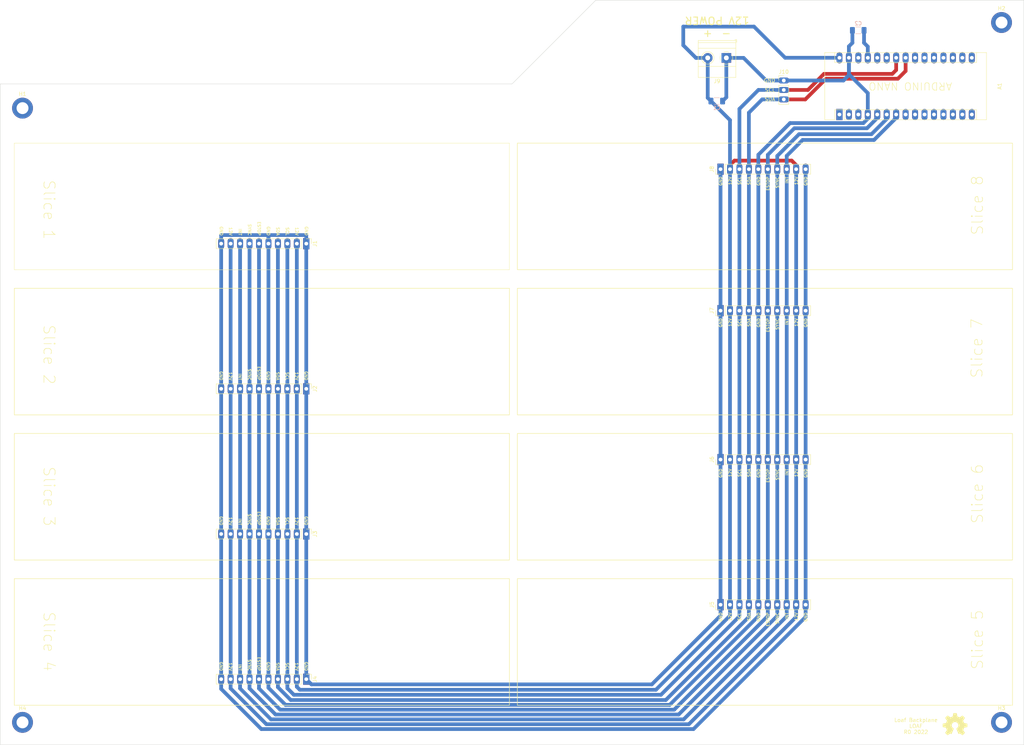
<source format=kicad_pcb>
(kicad_pcb (version 20211014) (generator pcbnew)
  (layers (0 "F.Cu" signal) (31 "B.Cu" signal) (34 "B.Paste" user) (35 "F.Paste" user) (36 "B.SilkS" user "B.Silkscreen") (37 "F.SilkS" user "F.Silkscreen") (38 "B.Mask" user) (39 "F.Mask" user) (44 "Edge.Cuts" user))
  (net 0 "")
  (net 4 "GND")
  (net 5 "/E_STOP")
  (net 6 "/INT")
  (net 7 "/SYNC")
  (net 12 "/3V3")
  (net 18 "/I2C_DAT")
  (net 19 "/I2C_CLK")
  (net 22 "+5V")
  (net 24 "+12V")
  (footprint "MountingHole:MountingHole_3.2mm_M3_DIN965_Pad" (layer "F.Cu") (at 319 244)
    (fp_text reference "H3" (at 0 -3.8) (layer "F.SilkS"))
    (fp_text value "MountingHole")
    (pad "1" thru_hole circle (at 0 0) (size 5.6 5.6) (drill 3.2) (layers *.Cu *.Mask))
  )
  (footprint "Connector_PinHeader_2.54mm:PinHeader_1x10_P2.54mm_Vertical" (layer "F.Cu") (at 132.225 232.4 -90)
    (fp_text reference "J4" (at 0 -2.33 90) (layer "F.SilkS"))
    (fp_text value "Conn_01x10_Male")
    (pad "1" thru_hole rect (at 0 0) (size 1.7 3) (drill 1) (layers *.Cu *.Mask) (net 4 "GND"))
    (pad "2" thru_hole oval (at 0 2.54) (size 1.6 3) (drill 1) (layers *.Cu *.Mask) (net 24 "+12V"))
    (pad "3" thru_hole oval (at 0 5.08) (size 1.6 3) (drill 1) (layers *.Cu *.Mask) (net 19 "/I2C_CLK"))
    (pad "4" thru_hole oval (at 0 7.62) (size 1.6 3) (drill 1) (layers *.Cu *.Mask) (net 18 "/I2C_DAT"))
    (pad "5" thru_hole oval (at 0 10.16) (size 1.6 3) (drill 1) (layers *.Cu *.Mask) (net 4 "GND"))
    (pad "6" thru_hole oval (at 0 12.7) (size 1.6 3) (drill 1) (layers *.Cu *.Mask) (net 5 "/E_STOP"))
    (pad "7" thru_hole oval (at 0 15.24) (size 1.6 3) (drill 1) (layers *.Cu *.Mask) (net 6 "/INT"))
    (pad "8" thru_hole oval (at 0 17.78) (size 1.6 3) (drill 1) (layers *.Cu *.Mask) (net 7 "/SYNC"))
    (pad "9" thru_hole oval (at 0 20.32) (size 1.6 3) (drill 1) (layers *.Cu *.Mask) (net 24 "+12V"))
    (pad "10" thru_hole oval (at 0 22.86) (size 1.6 3) (drill 1) (layers *.Cu *.Mask) (net 4 "GND"))
  )
  (footprint "Connector_PinHeader_2.54mm:PinHeader_1x10_P2.54mm_Vertical" (layer "F.Cu") (at 132.225 154.4 -90)
    (fp_text reference "J2" (at 0 -2.33 90) (layer "F.SilkS"))
    (fp_text value "Conn_01x10_Male")
    (pad "1" thru_hole rect (at 0 0) (size 1.7 3) (drill 1) (layers *.Cu *.Mask) (net 4 "GND"))
    (pad "2" thru_hole oval (at 0 2.54) (size 1.6 3) (drill 1) (layers *.Cu *.Mask) (net 24 "+12V"))
    (pad "3" thru_hole oval (at 0 5.08) (size 1.6 3) (drill 1) (layers *.Cu *.Mask) (net 19 "/I2C_CLK"))
    (pad "4" thru_hole oval (at 0 7.62) (size 1.6 3) (drill 1) (layers *.Cu *.Mask) (net 18 "/I2C_DAT"))
    (pad "5" thru_hole oval (at 0 10.16) (size 1.6 3) (drill 1) (layers *.Cu *.Mask) (net 4 "GND"))
    (pad "6" thru_hole oval (at 0 12.7) (size 1.6 3) (drill 1) (layers *.Cu *.Mask) (net 5 "/E_STOP"))
    (pad "7" thru_hole oval (at 0 15.24) (size 1.6 3) (drill 1) (layers *.Cu *.Mask) (net 6 "/INT"))
    (pad "8" thru_hole oval (at 0 17.78) (size 1.6 3) (drill 1) (layers *.Cu *.Mask) (net 7 "/SYNC"))
    (pad "9" thru_hole oval (at 0 20.32) (size 1.6 3) (drill 1) (layers *.Cu *.Mask) (net 24 "+12V"))
    (pad "10" thru_hole oval (at 0 22.86) (size 1.6 3) (drill 1) (layers *.Cu *.Mask) (net 4 "GND"))
  )
  (footprint "Module:Arduino_Nano" (layer "F.Cu") (at 275.45 80.71 90)
    (fp_text reference "A1" (at 7.61 43.05 90) (layer "F.SilkS"))
    (fp_text value "Arduino_Nano_v3.x")
    (pad "1" thru_hole rect (at 0 0 180) (size 1.7 3) (drill 1) (layers *.Cu *.Mask))
    (pad "2" thru_hole oval (at 0 2.54 180) (size 1.6 3) (drill 1) (layers *.Cu *.Mask))
    (pad "3" thru_hole oval (at 0 5.08 180) (size 1.6 3) (drill 1) (layers *.Cu *.Mask))
    (pad "4" thru_hole oval (at 0 7.62 180) (size 1.6 3) (drill 1) (layers *.Cu *.Mask) (net 4 "GND"))
    (pad "5" thru_hole oval (at 0 10.16 180) (size 1.6 3) (drill 1) (layers *.Cu *.Mask) (net 5 "/E_STOP"))
    (pad "6" thru_hole oval (at 0 12.7 180) (size 1.6 3) (drill 1) (layers *.Cu *.Mask) (net 6 "/INT"))
    (pad "7" thru_hole oval (at 0 15.24 180) (size 1.6 3) (drill 1) (layers *.Cu *.Mask) (net 7 "/SYNC"))
    (pad "8" thru_hole oval (at 0 17.78 180) (size 1.6 3) (drill 1) (layers *.Cu *.Mask))
    (pad "9" thru_hole oval (at 0 20.32 180) (size 1.6 3) (drill 1) (layers *.Cu *.Mask))
    (pad "10" thru_hole oval (at 0 22.86 180) (size 1.6 3) (drill 1) (layers *.Cu *.Mask))
    (pad "11" thru_hole oval (at 0 25.4 180) (size 1.6 3) (drill 1) (layers *.Cu *.Mask))
    (pad "12" thru_hole oval (at 0 27.94 180) (size 1.6 3) (drill 1) (layers *.Cu *.Mask))
    (pad "13" thru_hole oval (at 0 30.48 180) (size 1.6 3) (drill 1) (layers *.Cu *.Mask))
    (pad "14" thru_hole oval (at 0 33.02 180) (size 1.6 3) (drill 1) (layers *.Cu *.Mask))
    (pad "15" thru_hole oval (at 0 35.56 180) (size 1.6 3) (drill 1) (layers *.Cu *.Mask))
    (pad "16" thru_hole oval (at 15.24 35.56 180) (size 1.6 3) (drill 1) (layers *.Cu *.Mask))
    (pad "17" thru_hole oval (at 15.24 33.02 180) (size 1.6 3) (drill 1) (layers *.Cu *.Mask) (net 12 "/3V3"))
    (pad "18" thru_hole oval (at 15.24 30.48 180) (size 1.6 3) (drill 1) (layers *.Cu *.Mask))
    (pad "19" thru_hole oval (at 15.24 27.94 180) (size 1.6 3) (drill 1) (layers *.Cu *.Mask))
    (pad "20" thru_hole oval (at 15.24 25.4 180) (size 1.6 3) (drill 1) (layers *.Cu *.Mask))
    (pad "21" thru_hole oval (at 15.24 22.86 180) (size 1.6 3) (drill 1) (layers *.Cu *.Mask))
    (pad "22" thru_hole oval (at 15.24 20.32 180) (size 1.6 3) (drill 1) (layers *.Cu *.Mask))
    (pad "23" thru_hole oval (at 15.24 17.78 180) (size 1.6 3) (drill 1) (layers *.Cu *.Mask) (net 18 "/I2C_DAT"))
    (pad "24" thru_hole oval (at 15.24 15.24 180) (size 1.6 3) (drill 1) (layers *.Cu *.Mask) (net 19 "/I2C_CLK"))
    (pad "25" thru_hole oval (at 15.24 12.7 180) (size 1.6 3) (drill 1) (layers *.Cu *.Mask))
    (pad "26" thru_hole oval (at 15.24 10.16 180) (size 1.6 3) (drill 1) (layers *.Cu *.Mask))
    (pad "27" thru_hole oval (at 15.24 7.62 180) (size 1.6 3) (drill 1) (layers *.Cu *.Mask) (net 22 "+5V"))
    (pad "28" thru_hole oval (at 15.24 5.08 180) (size 1.6 3) (drill 1) (layers *.Cu *.Mask))
    (pad "29" thru_hole oval (at 15.24 2.54 180) (size 1.6 3) (drill 1) (layers *.Cu *.Mask) (net 4 "GND"))
    (pad "30" thru_hole oval (at 15.24 0 180) (size 1.6 3) (drill 1) (layers *.Cu *.Mask) (net 24 "+12V"))
  )
  (footprint "MountingHole:MountingHole_3.2mm_M3_DIN965_Pad" (layer "F.Cu") (at 56 79)
    (fp_text reference "H1" (at 0 -3.8) (layer "F.SilkS"))
    (fp_text value "MountingHole")
    (pad "1" thru_hole circle (at 0 0) (size 5.6 5.6) (drill 3.2) (layers *.Cu *.Mask))
  )
  (footprint "MountingHole:MountingHole_3.2mm_M3_DIN965_Pad" (layer "F.Cu") (at 56 244)
    (fp_text reference "H4" (at 0 -3.8) (layer "F.SilkS"))
    (fp_text value "MountingHole")
    (pad "1" thru_hole circle (at 0 0) (size 5.6 5.6) (drill 3.2) (layers *.Cu *.Mask))
  )
  (footprint "Connector_PinHeader_2.54mm:PinHeader_1x10_P2.54mm_Vertical" (layer "F.Cu") (at 243.509843 212.4 90)
    (fp_text reference "J5" (at 0 -2.33 90) (layer "F.SilkS"))
    (fp_text value "Conn_01x10_Male")
    (pad "1" thru_hole rect (at 0 0 180) (size 1.7 3) (drill 1) (layers *.Cu *.Mask) (net 4 "GND"))
    (pad "2" thru_hole oval (at 0 2.54 180) (size 1.6 3) (drill 1) (layers *.Cu *.Mask) (net 24 "+12V"))
    (pad "3" thru_hole oval (at 0 5.08 180) (size 1.6 3) (drill 1) (layers *.Cu *.Mask) (net 19 "/I2C_CLK"))
    (pad "4" thru_hole oval (at 0 7.62 180) (size 1.6 3) (drill 1) (layers *.Cu *.Mask) (net 18 "/I2C_DAT"))
    (pad "5" thru_hole oval (at 0 10.16 180) (size 1.6 3) (drill 1) (layers *.Cu *.Mask) (net 4 "GND"))
    (pad "6" thru_hole oval (at 0 12.7 180) (size 1.6 3) (drill 1) (layers *.Cu *.Mask) (net 5 "/E_STOP"))
    (pad "7" thru_hole oval (at 0 15.24 180) (size 1.6 3) (drill 1) (layers *.Cu *.Mask) (net 6 "/INT"))
    (pad "8" thru_hole oval (at 0 17.78 180) (size 1.6 3) (drill 1) (layers *.Cu *.Mask) (net 7 "/SYNC"))
    (pad "9" thru_hole oval (at 0 20.32 180) (size 1.6 3) (drill 1) (layers *.Cu *.Mask) (net 24 "+12V"))
    (pad "10" thru_hole oval (at 0 22.86 180) (size 1.6 3) (drill 1) (layers *.Cu *.Mask) (net 4 "GND"))
  )
  (footprint "Connector_PinHeader_2.54mm:PinHeader_1x10_P2.54mm_Vertical" (layer "F.Cu") (at 243.509843 95.4 90)
    (fp_text reference "J8" (at 0 -2.33 90) (layer "F.SilkS"))
    (fp_text value "Conn_01x10_Male")
    (pad "1" thru_hole rect (at 0 0 180) (size 1.7 3) (drill 1) (layers *.Cu *.Mask) (net 4 "GND"))
    (pad "2" thru_hole oval (at 0 2.54 180) (size 1.6 3) (drill 1) (layers *.Cu *.Mask) (net 24 "+12V"))
    (pad "3" thru_hole oval (at 0 5.08 180) (size 1.6 3) (drill 1) (layers *.Cu *.Mask) (net 19 "/I2C_CLK"))
    (pad "4" thru_hole oval (at 0 7.62 180) (size 1.6 3) (drill 1) (layers *.Cu *.Mask) (net 18 "/I2C_DAT"))
    (pad "5" thru_hole oval (at 0 10.16 180) (size 1.6 3) (drill 1) (layers *.Cu *.Mask) (net 4 "GND"))
    (pad "6" thru_hole oval (at 0 12.7 180) (size 1.6 3) (drill 1) (layers *.Cu *.Mask) (net 5 "/E_STOP"))
    (pad "7" thru_hole oval (at 0 15.24 180) (size 1.6 3) (drill 1) (layers *.Cu *.Mask) (net 6 "/INT"))
    (pad "8" thru_hole oval (at 0 17.78 180) (size 1.6 3) (drill 1) (layers *.Cu *.Mask) (net 7 "/SYNC"))
    (pad "9" thru_hole oval (at 0 20.32 180) (size 1.6 3) (drill 1) (layers *.Cu *.Mask) (net 24 "+12V"))
    (pad "10" thru_hole oval (at 0 22.86 180) (size 1.6 3) (drill 1) (layers *.Cu *.Mask) (net 4 "GND"))
  )
  (footprint "TerminalBlock_Phoenix:TerminalBlock_Phoenix_MKDS-1,5-2_1x02_P5.00mm_Horizontal" (layer "F.Cu") (at 245.067657 65.5 180)
    (fp_text reference "J9" (at 2.5 -6.26) (layer "F.SilkS"))
    (fp_text value "Screw_Terminal_01x02")
    (pad "1" thru_hole rect (at 0 0 180) (size 2.6 2.6) (drill 1.3) (layers *.Cu *.Mask) (net 4 "GND"))
    (pad "2" thru_hole circle (at 5 0 180) (size 2.6 2.6) (drill 1.3) (layers *.Cu *.Mask) (net 24 "+12V"))
  )
  (footprint "MountingHole:MountingHole_3.2mm_M3_DIN965_Pad" (layer "F.Cu") (at 319 56)
    (fp_text reference "H2" (at 0 -3.8) (layer "F.SilkS"))
    (fp_text value "MountingHole")
    (pad "1" thru_hole circle (at 0 0) (size 5.6 5.6) (drill 3.2) (layers *.Cu *.Mask))
  )
  (footprint "Connector_PinHeader_2.54mm:PinHeader_1x10_P2.54mm_Vertical" (layer "F.Cu") (at 243.509843 173.4 90)
    (fp_text reference "J6" (at 0 -2.33 90) (layer "F.SilkS"))
    (fp_text value "Conn_01x10_Male")
    (pad "1" thru_hole rect (at 0 0 180) (size 1.7 3) (drill 1) (layers *.Cu *.Mask) (net 4 "GND"))
    (pad "2" thru_hole oval (at 0 2.54 180) (size 1.6 3) (drill 1) (layers *.Cu *.Mask) (net 24 "+12V"))
    (pad "3" thru_hole oval (at 0 5.08 180) (size 1.6 3) (drill 1) (layers *.Cu *.Mask) (net 19 "/I2C_CLK"))
    (pad "4" thru_hole oval (at 0 7.62 180) (size 1.6 3) (drill 1) (layers *.Cu *.Mask) (net 18 "/I2C_DAT"))
    (pad "5" thru_hole oval (at 0 10.16 180) (size 1.6 3) (drill 1) (layers *.Cu *.Mask) (net 4 "GND"))
    (pad "6" thru_hole oval (at 0 12.7 180) (size 1.6 3) (drill 1) (layers *.Cu *.Mask) (net 5 "/E_STOP"))
    (pad "7" thru_hole oval (at 0 15.24 180) (size 1.6 3) (drill 1) (layers *.Cu *.Mask) (net 6 "/INT"))
    (pad "8" thru_hole oval (at 0 17.78 180) (size 1.6 3) (drill 1) (layers *.Cu *.Mask) (net 7 "/SYNC"))
    (pad "9" thru_hole oval (at 0 20.32 180) (size 1.6 3) (drill 1) (layers *.Cu *.Mask) (net 24 "+12V"))
    (pad "10" thru_hole oval (at 0 22.86 180) (size 1.6 3) (drill 1) (layers *.Cu *.Mask) (net 4 "GND"))
  )
  (footprint "Connector_PinHeader_2.54mm:PinHeader_1x10_P2.54mm_Vertical" (layer "F.Cu") (at 243.509843 133.4 90)
    (fp_text reference "J7" (at 0 -2.33 90) (layer "F.SilkS"))
    (fp_text value "Conn_01x10_Male")
    (pad "1" thru_hole rect (at 0 0 180) (size 1.7 3) (drill 1) (layers *.Cu *.Mask) (net 4 "GND"))
    (pad "2" thru_hole oval (at 0 2.54 180) (size 1.6 3) (drill 1) (layers *.Cu *.Mask) (net 24 "+12V"))
    (pad "3" thru_hole oval (at 0 5.08 180) (size 1.6 3) (drill 1) (layers *.Cu *.Mask) (net 19 "/I2C_CLK"))
    (pad "4" thru_hole oval (at 0 7.62 180) (size 1.6 3) (drill 1) (layers *.Cu *.Mask) (net 18 "/I2C_DAT"))
    (pad "5" thru_hole oval (at 0 10.16 180) (size 1.6 3) (drill 1) (layers *.Cu *.Mask) (net 4 "GND"))
    (pad "6" thru_hole oval (at 0 12.7 180) (size 1.6 3) (drill 1) (layers *.Cu *.Mask) (net 5 "/E_STOP"))
    (pad "7" thru_hole oval (at 0 15.24 180) (size 1.6 3) (drill 1) (layers *.Cu *.Mask) (net 6 "/INT"))
    (pad "8" thru_hole oval (at 0 17.78 180) (size 1.6 3) (drill 1) (layers *.Cu *.Mask) (net 7 "/SYNC"))
    (pad "9" thru_hole oval (at 0 20.32 180) (size 1.6 3) (drill 1) (layers *.Cu *.Mask) (net 24 "+12V"))
    (pad "10" thru_hole oval (at 0 22.86 180) (size 1.6 3) (drill 1) (layers *.Cu *.Mask) (net 4 "GND"))
  )
  (footprint "Symbol:OSHW-Symbol_6.7x6mm_SilkScreen" (layer "F.Cu") (at 306.5 244.5)
    (fp_text reference "Logo1" hide)
    (fp_text value "Logo_Open_Hardware_Small" hide)
  )
  (footprint "Connector_PinHeader_2.54mm:PinHeader_1x10_P2.54mm_Vertical" (layer "F.Cu") (at 132.225 193.4 -90)
    (fp_text reference "J3" (at 0 -2.33 90) (layer "F.SilkS"))
    (fp_text value "Conn_01x10_Male")
    (pad "1" thru_hole rect (at 0 0) (size 1.7 3) (drill 1) (layers *.Cu *.Mask) (net 4 "GND"))
    (pad "2" thru_hole oval (at 0 2.54) (size 1.6 3) (drill 1) (layers *.Cu *.Mask) (net 24 "+12V"))
    (pad "3" thru_hole oval (at 0 5.08) (size 1.6 3) (drill 1) (layers *.Cu *.Mask) (net 19 "/I2C_CLK"))
    (pad "4" thru_hole oval (at 0 7.62) (size 1.6 3) (drill 1) (layers *.Cu *.Mask) (net 18 "/I2C_DAT"))
    (pad "5" thru_hole oval (at 0 10.16) (size 1.6 3) (drill 1) (layers *.Cu *.Mask) (net 4 "GND"))
    (pad "6" thru_hole oval (at 0 12.7) (size 1.6 3) (drill 1) (layers *.Cu *.Mask) (net 5 "/E_STOP"))
    (pad "7" thru_hole oval (at 0 15.24) (size 1.6 3) (drill 1) (layers *.Cu *.Mask) (net 6 "/INT"))
    (pad "8" thru_hole oval (at 0 17.78) (size 1.6 3) (drill 1) (layers *.Cu *.Mask) (net 7 "/SYNC"))
    (pad "9" thru_hole oval (at 0 20.32) (size 1.6 3) (drill 1) (layers *.Cu *.Mask) (net 24 "+12V"))
    (pad "10" thru_hole oval (at 0 22.86) (size 1.6 3) (drill 1) (layers *.Cu *.Mask) (net 4 "GND"))
  )
  (footprint "Connector_PinHeader_2.54mm:PinHeader_1x10_P2.54mm_Vertical" (layer "F.Cu") (at 132.225 115.4 -90)
    (fp_text reference "J1" (at 0 -2.33 90) (layer "F.SilkS"))
    (fp_text value "Conn_01x10_Male")
    (pad "1" thru_hole rect (at 0 0) (size 1.7 3) (drill 1) (layers *.Cu *.Mask) (net 4 "GND"))
    (pad "2" thru_hole oval (at 0 2.54) (size 1.6 3) (drill 1) (layers *.Cu *.Mask) (net 24 "+12V"))
    (pad "3" thru_hole oval (at 0 5.08) (size 1.6 3) (drill 1) (layers *.Cu *.Mask) (net 19 "/I2C_CLK"))
    (pad "4" thru_hole oval (at 0 7.62) (size 1.6 3) (drill 1) (layers *.Cu *.Mask) (net 18 "/I2C_DAT"))
    (pad "5" thru_hole oval (at 0 10.16) (size 1.6 3) (drill 1) (layers *.Cu *.Mask) (net 4 "GND"))
    (pad "6" thru_hole oval (at 0 12.7) (size 1.6 3) (drill 1) (layers *.Cu *.Mask) (net 5 "/E_STOP"))
    (pad "7" thru_hole oval (at 0 15.24) (size 1.6 3) (drill 1) (layers *.Cu *.Mask) (net 6 "/INT"))
    (pad "8" thru_hole oval (at 0 17.78) (size 1.6 3) (drill 1) (layers *.Cu *.Mask) (net 7 "/SYNC"))
    (pad "9" thru_hole oval (at 0 20.32) (size 1.6 3) (drill 1) (layers *.Cu *.Mask) (net 24 "+12V"))
    (pad "10" thru_hole oval (at 0 22.86) (size 1.6 3) (drill 1) (layers *.Cu *.Mask) (net 4 "GND"))
  )
  (footprint "Connector_PinHeader_2.54mm:PinHeader_1x03_P2.54mm_Vertical" (layer "F.Cu") (at 260.5 71.575)
    (fp_text reference "J10" (at 0 -2.33) (layer "F.SilkS"))
    (fp_text value "Conn_01x03_Male")
    (pad "1" thru_hole oval (at 0 0 90) (size 1.6 3) (drill 1) (layers *.Cu *.Mask) (net 4 "GND"))
    (pad "2" thru_hole oval (at 0 2.54 90) (size 1.6 3) (drill 1) (layers *.Cu *.Mask) (net 19 "/I2C_CLK"))
    (pad "3" thru_hole oval (at 0 5.08 90) (size 1.6 3) (drill 1) (layers *.Cu *.Mask) (net 18 "/I2C_DAT"))
  )
  (footprint "Extras:C_1206_3216Metric_Pad1.33x1.80mm_HandSolder" (layer "B.Cu") (at 242.5 77.1)
    (fp_text reference "C1" (at 0 1.85) (layer "B.SilkS") (effects (justify mirror)))
    (fp_text value "10uF_t")
    (pad "1" smd roundrect (at -1.5625 0) (size 1.325 1.8) (layers "B.Cu" "B.Paste" "B.Mask") (roundrect_rratio 0.1886792453) (net 24 "+12V"))
    (pad "2" smd roundrect (at 1.5625 0) (size 1.325 1.8) (layers "B.Cu" "B.Paste" "B.Mask") (roundrect_rratio 0.1886792453) (net 4 "GND"))
  )
  (footprint "Extras:C_1206_3216Metric_Pad1.33x1.80mm_HandSolder" (layer "B.Cu") (at 280.5 58.1 180)
    (fp_text reference "C2" (at 0 1.85) (layer "B.SilkS") (effects (justify mirror)))
    (fp_text value "10uF_t")
    (pad "1" smd roundrect (at -1.5625 0 180) (size 1.325 1.8) (layers "B.Cu" "B.Paste" "B.Mask") (roundrect_rratio 0.1886792453) (net 22 "+5V"))
    (pad "2" smd roundrect (at 1.5625 0 180) (size 1.325 1.8) (layers "B.Cu" "B.Paste" "B.Mask") (roundrect_rratio 0.1886792453) (net 4 "GND"))
  )
  (gr_rect (start 188.934843 200.4) (end 321.934843 166.4) (layer "F.SilkS") (width 0.15) (fill none))
  (gr_rect (start 188.934843 161.4) (end 321.934843 127.4) (layer "F.SilkS") (width 0.15) (fill none))
  (gr_rect (start 186.8 127.4) (end 53.8 161.4) (layer "F.SilkS") (width 0.15) (fill none))
  (gr_line (start 53.8 88.4) (end 186.8 88.4) (layer "F.SilkS") (width 0.1))
  (gr_rect (start 186.8 205.4) (end 53.8 239.4) (layer "F.SilkS") (width 0.15) (fill none))
  (gr_line (start 186.8 122.4) (end 186.8 88.4) (layer "F.SilkS") (width 0.1))
  (gr_rect (start 188.934843 239.4) (end 321.934843 205.4) (layer "F.SilkS") (width 0.15) (fill none))
  (gr_rect (start 188.934843 122.4) (end 321.934843 88.4) (layer "F.SilkS") (width 0.15) (fill none))
  (gr_line (start 53.8 122.4) (end 186.8 122.4) (layer "F.SilkS") (width 0.1))
  (gr_rect (start 186.8 166.4) (end 53.8 200.4) (layer "F.SilkS") (width 0.15) (fill none))
  (gr_line (start 53.8 88.4) (end 53.8 122.4) (layer "F.SilkS") (width 0.1))
  (gr_poly (pts (xy 325 250) (xy 50 250) (xy 50 72.5) (xy 187.5 72.5) (xy 210 50) (xy 325 50)) (layer "Edge.Cuts") (width 0.1) (fill none))
  (gr_text "GND" (at 266.394843 136.67 90) (layer "F.SilkS") (effects (font (size 0.8 0.8))))
  (gr_text "Slice 2\n" (at 63.134843 145.2 270) (layer "F.SilkS") (effects (font (size 3 3))))
  (gr_text "12V" (at 263.894843 176.955714 90) (layer "F.SilkS") (effects (font (size 0.8 0.8))))
  (gr_text "INT" (at 114.384843 151.204762 270) (layer "F.SilkS") (effects (font (size 0.8 0.8))))
  (gr_text "12V" (at 111.834843 229.064286 270) (layer "F.SilkS") (effects (font (size 0.8 0.8))))
  (gr_text "12V" (at 129.634843 229.064286 270) (layer "F.SilkS") (effects (font (size 0.8 0.8))))
  (gr_text "INT" (at 261.344843 215.415238 90) (layer "F.SilkS") (effects (font (size 0.8 0.8))))
  (gr_text "GND" (at 122.034843 112 270) (layer "F.SilkS") (effects (font (size 0.8 0.8))))
  (gr_text "12V" (at 263.894843 98.505714 90) (layer "F.SilkS") (effects (font (size 0.8 0.8))))
  (gr_text "12V" (at 246.094843 136.555714 90) (layer "F.SilkS") (effects (font (size 0.8 0.8))))
  (gr_text "SYNC" (at 116.934843 150.576191 270) (layer "F.SilkS") (effects (font (size 0.8 0.8))))
  (gr_text "SDA" (at 251.194843 215.624762 90) (layer "F.SilkS") (effects (font (size 0.8 0.8))))
  (gr_text "INT" (at 261.344843 136.365238 90) (layer "F.SilkS") (effects (font (size 0.8 0.8))))
  (gr_text "Slice 6" (at 312.5 182.6 90) (layer "F.SilkS") (effects (font (size 3 3))))
  (gr_text "INT" (at 114.384843 229.254762 270) (layer "F.SilkS") (effects (font (size 0.8 0.8))))
  (gr_text "SCL" (at 248.644843 136.555714 90) (layer "F.SilkS") (effects (font (size 0.8 0.8))))
  (gr_text "GND" (at 109.334843 150.9 270) (layer "F.SilkS") (effects (font (size 0.8 0.8))))
  (gr_text "GND" (at 132.184843 228.95 270) (layer "F.SilkS") (effects (font (size 0.8 0.8))))
  (gr_text "GND" (at 109.334843 189.85 270) (layer "F.SilkS") (effects (font (size 0.8 0.8))))
  (gr_text "GND" (at 132.184843 189.85 270) (layer "F.SilkS") (effects (font (size 0.8 0.8))))
  (gr_text "12V" (at 129.634843 151.014286 270) (layer "F.SilkS") (effects (font (size 0.8 0.8))))
  (gr_text "-" (at 245.05 58.85) (layer "F.SilkS") (effects (font (size 2 2) (thickness 0.3))))
  (gr_text "GND" (at 266.394843 177.07 90) (layer "F.SilkS") (effects (font (size 0.8 0.8))))
  (gr_text "SDA" (at 251.194843 176.974762 90) (layer "F.SilkS") (effects (font (size 0.8 0.8))))
  (gr_text "12V" (at 246.094843 98.505714 90) (layer "F.SilkS") (effects (font (size 0.8 0.8))))
  (gr_text "ESTOP" (at 119.484843 228.302381 270) (layer "F.SilkS") (effects (font (size 0.8 0.8))))
  (gr_text "INT" (at 114.434843 112.304762 270) (layer "F.SilkS") (effects (font (size 0.8 0.8))))
  (gr_text "SDA" (at 124.534843 150.995238 270) (layer "F.SilkS") (effects (font (size 0.8 0.8))))
  (gr_text "INT" (at 261.344843 176.765238 90) (layer "F.SilkS") (effects (font (size 0.8 0.8))))
  (gr_text "Slice 3" (at 63.134843 183.3 270) (layer "F.SilkS") (effects (font (size 3 3))))
  (gr_text "+" (at 240.05 58.85) (layer "F.SilkS") (effects (font (size 2 2) (thickness 0.3))))
  (gr_text "SCL" (at 248.644843 98.505714 90) (layer "F.SilkS") (effects (font (size 0.8 0.8))))
  (gr_text "SCL" (at 127.084843 151.014286 270) (layer "F.SilkS") (effects (font (size 0.8 0.8))))
  (gr_text "ESTOP" (at 256.244843 137.317619 90) (layer "F.SilkS") (effects (font (size 0.8 0.8))))
  (gr_text "ESTOP" (at 256.244843 99.267619 90) (layer "F.SilkS") (effects (font (size 0.8 0.8))))
  (gr_text "GND" (at 253.744843 98.62 90) (layer "F.SilkS") (effects (font (size 0.8 0.8))))
  (gr_text "SCL" (at 256.812857 74.14) (layer "F.SilkS") (effects (font (size 1 1))))
  (gr_text "SYNC" (at 258.794843 136.993809 90) (layer "F.SilkS") (effects (font (size 0.8 0.8))))
  (gr_text "SDA" (at 256.789048 76.63) (layer "F.SilkS") (effects (font (size 1 1))))
  (gr_text "SYNC" (at 116.984843 111.676191 270) (layer "F.SilkS") (effects (font (size 0.8 0.8))))
  (gr_text "12V POWER" (at 242.567658 55.45 180) (layer "F.SilkS") (effects (font (size 2 2) (thickness 0.3))))
  (gr_text "12V" (at 246.094843 176.955714 90) (layer "F.SilkS") (effects (font (size 0.8 0.8))))
  (gr_text "12V" (at 111.884843 112.114286 270) (layer "F.SilkS") (effects (font (size 0.8 0.8))))
  (gr_text "INT" (at 114.384843 190.154762 270) (layer "F.SilkS") (effects (font (size 0.8 0.8))))
  (gr_text "SYNC" (at 116.934843 189.526191 270) (layer "F.SilkS") (effects (font (size 0.8 0.8))))
  (gr_text "SDA" (at 124.534843 189.945238 270) (layer "F.SilkS") (effects (font (size 0.8 0.8))))
  (gr_text "Slice 1" (at 63.134843 106.3 270) (layer "F.SilkS") (effects (font (size 3 3))))
  (gr_text "GND" (at 121.984843 150.9 270) (layer "F.SilkS") (effects (font (size 0.8 0.8))))
  (gr_text "ESTOP" (at 119.484843 150.252381 270) (layer "F.SilkS") (effects (font (size 0.8 0.8))))
  (gr_text "12V" (at 263.894843 215.605714 90) (layer "F.SilkS") (effects (font (size 0.8 0.8))))
  (gr_text "SDA" (at 124.534843 229.045238 270) (layer "F.SilkS") (effects (font (size 0.8 0.8))))
  (gr_text "SYNC" (at 258.794843 98.943809 90) (layer "F.SilkS") (effects (font (size 0.8 0.8))))
  (gr_text "Slice 5" (at 312.5 221.8 90) (layer "F.SilkS") (effects (font (size 3 3))))
  (gr_text "SCL" (at 248.644843 215.605714 90) (layer "F.SilkS") (effects (font (size 0.8 0.8))))
  (gr_text "SYNC" (at 258.794843 216.043809 90) (layer "F.SilkS") (effects (font (size 0.8 0.8))))
  (gr_text "12V" (at 246.094843 215.605714 90) (layer "F.SilkS") (effects (font (size 0.8 0.8))))
  (gr_text "GND" (at 132.184843 150.9 270) (layer "F.SilkS") (effects (font (size 0.8 0.8))))
  (gr_text "12V" (at 111.834843 189.964286 270) (layer "F.SilkS") (effects (font (size 0.8 0.8))))
  (gr_text "GND" (at 253.744843 215.72 90) (layer "F.SilkS") (effects (font (size 0.8 0.8))))
  (gr_text "GND" (at 253.744843 136.67 90) (layer "F.SilkS") (effects (font (size 0.8 0.8))))
  (gr_text "INT" (at 261.344843 98.315238 90) (layer "F.SilkS") (effects (font (size 0.8 0.8))))
  (gr_text "SCL" (at 248.644843 176.955714 90) (layer "F.SilkS") (effects (font (size 0.8 0.8))))
  (gr_text "SCL" (at 127.084843 229.064286 270) (layer "F.SilkS") (effects (font (size 0.8 0.8))))
  (gr_text "GND" (at 243.544843 215.72 90) (layer "F.SilkS") (effects (font (size 0.8 0.8))))
  (gr_text "SYNC" (at 116.934843 228.626191 270) (layer "F.SilkS") (effects (font (size 0.8 0.8))))
  (gr_text "SYNC" (at 258.794843 177.393809 90) (layer "F.SilkS") (effects (font (size 0.8 0.8))))
  (gr_text "GND" (at 266.394843 215.72 90) (layer "F.SilkS") (effects (font (size 0.8 0.8))))
  (gr_text "GND" (at 253.744843 177.07 90) (layer "F.SilkS") (effects (font (size 0.8 0.8))))
  (gr_text "ARDUINO NANO" (at 294.5 73.1 180) (layer "F.SilkS") (effects (font (size 2 2))))
  (gr_text "ESTOP" (at 256.244843 216.367619 90) (layer "F.SilkS") (effects (font (size 0.8 0.8))))
  (gr_text "SDA" (at 251.194843 98.524762 90) (layer "F.SilkS") (effects (font (size 0.8 0.8))))
  (gr_text "Slice 4" (at 63.134843 222.3 270) (layer "F.SilkS") (effects (font (size 3 3))))
  (gr_text "ESTOP" (at 119.484843 189.202381 270) (layer "F.SilkS") (effects (font (size 0.8 0.8))))
  (gr_text "12V" (at 129.684843 112.114286 270) (layer "F.SilkS") (effects (font (size 0.8 0.8))))
  (gr_text "GND" (at 121.984843 228.95 270) (layer "F.SilkS") (effects (font (size 0.8 0.8))))
  (gr_text "SCL" (at 127.084843 189.964286 270) (layer "F.SilkS") (effects (font (size 0.8 0.8))))
  (gr_text "GND" (at 243.544843 98.62 90) (layer "F.SilkS") (effects (font (size 0.8 0.8))))
  (gr_text "12V" (at 111.834843 151.014286 270) (layer "F.SilkS") (effects (font (size 0.8 0.8))))
  (gr_text "SDA" (at 251.194843 136.574762 90) (layer "F.SilkS") (effects (font (size 0.8 0.8))))
  (gr_text "SDA" (at 124.584843 112.095238 270) (layer "F.SilkS") (effects (font (size 0.8 0.8))))
  (gr_text "GND" (at 243.544843 136.67 90) (layer "F.SilkS") (effects (font (size 0.8 0.8))))
  (gr_text "GND" (at 109.334843 228.95 270) (layer "F.SilkS") (effects (font (size 0.8 0.8))))
  (gr_text "Slice 8" (at 312.5 105.1 90) (layer "F.SilkS") (effects (font (size 3 3))))
  (gr_text "GND" (at 109.384843 112 270) (layer "F.SilkS") (effects (font (size 0.8 0.8))))
  (gr_text "Slice 7" (at 312.375 143.5 90) (layer "F.SilkS") (effects (font (size 3 3))))
  (gr_text "GND" (at 243.544843 177.07 90) (layer "F.SilkS") (effects (font (size 0.8 0.8))))
  (gr_text "GND" (at 266.394843 98.62 90) (layer "F.SilkS") (effects (font (size 0.8 0.8))))
  (gr_text "SCL" (at 127.134843 112.114286 270) (layer "F.SilkS") (effects (font (size 0.8 0.8))))
  (gr_text "GND" (at 121.984843 189.85 270) (layer "F.SilkS") (effects (font (size 0.8 0.8))))
  (gr_text "GND" (at 256.67 71.57) (layer "F.SilkS") (effects (font (size 1 1))))
  (gr_text "Loaf Backplane\nLOAF\nR0 2022" (at 296 245) (layer "F.SilkS") (effects (font (size 1 1))))
  (gr_text "GND" (at 132.25 112 270) (layer "F.SilkS") (effects (font (size 0.8 0.8))))
  (gr_text "ESTOP" (at 256.244843 177.717619 90) (layer "F.SilkS") (effects (font (size 0.8 0.8))))
  (gr_text "12V" (at 129.634843 189.964286 270) (layer "F.SilkS") (effects (font (size 0.8 0.8))))
  (gr_text "ESTOP" (at 119.534843 111.352381 270) (layer "F.SilkS") (effects (font (size 0.8 0.8))))
  (gr_text "12V" (at 263.894843 136.555714 90) (layer "F.SilkS") (effects (font (size 0.8 0.8))))
  (segment (start 225.05 233.8) (end 243.509843 215.340157) (width 1) (layer "B.Cu") (net 4))
  (segment (start 126.64952 239.29952) (end 122.065 234.715) (width 1) (layer "B.Cu") (net 4))
  (segment (start 266.369843 215.680157) (end 266.369843 212.4) (width 1) (layer "B.Cu") (net 4))
  (segment (start 253.669843 91.530157) (end 262.19048 83.00952) (width 1) (layer "B.Cu") (net 4))
  (segment (start 133.625 233.8) (end 225.05 233.8) (width 1) (layer "B.Cu") (net 4))
  (segment (start 132.225 232.4) (end 132.225 193.4) (width 1) (layer "B.Cu") (net 4))
  (segment (start 253.669843 133.4) (end 253.669843 95.4) (width 1) (layer "B.Cu") (net 4))
  (segment (start 121.95048 113.10048) (end 122.065 113.215) (width 1) (layer "B.Cu") (net 4))
  (segment (start 122.065 113.215) (end 122.065 115.4) (width 1) (layer "B.Cu") (net 4))
  (segment (start 122.16452 113.10048) (end 132.225 113.10048) (width 1) (layer "B.Cu") (net 4))
  (segment (start 278.9375 61.4625) (end 277.99 62.41) (width 1) (layer "B.Cu") (net 4))
  (segment (start 277.99 69.89) (end 283.07 74.97) (width 1) (layer "B.Cu") (net 4))
  (segment (start 109.365 232.4) (end 109.365 235.015) (width 1) (layer "B.Cu") (net 4))
  (segment (start 122.065 234.715) (end 122.065 232.4) (width 1) (layer "B.Cu") (net 4))
  (segment (start 253.669843 212.4) (end 253.669843 173.4) (width 1) (layer "B.Cu") (net 4))
  (segment (start 253.669843 212.4) (end 253.669843 215.480157) (width 1) (layer "B.Cu") (net 4))
  (segment (start 283.07 74.97) (end 283.07 80.71) (width 1) (layer "B.Cu") (net 4))
  (segment (start 277.99 65.47) (end 277.99 69.89) (width 1) (layer "B.Cu") (net 4))
  (segment (start 249.705 65.505) (end 255.775 71.575) (width 1) (layer "B.Cu") (net 4))
  (segment (start 109.365 115.4) (end 109.365 113.10048) (width 1) (layer "B.Cu") (net 4))
  (segment (start 122.065 154.4) (end 122.065 193.4) (width 1) (layer "B.Cu") (net 4))
  (segment (start 122.065 115.4) (end 122.065 154.4) (width 1) (layer "B.Cu") (net 4))
  (segment (start 122.065 232.4) (end 122.065 193.4) (width 1) (layer "B.Cu") (net 4))
  (segment (start 277.99 62.41) (end 277.99 65.47) (width 1) (layer "B.Cu") (net 4))
  (segment (start 260.5 71.575) (end 276.525 71.575) (width 1) (layer "B.Cu") (net 4))
  (segment (start 266.369843 95.4) (end 266.369843 133.4) (width 1) (layer "B.Cu") (net 4))
  (segment (start 243.509843 215.340157) (end 243.509843 212.4) (width 1) (layer "B.Cu") (net 4))
  (segment (start 266.369843 133.4) (end 266.369843 173.4) (width 1) (layer "B.Cu") (net 4))
  (segment (start 132.225 113.10048) (end 132.225 115.4) (width 1) (layer "B.Cu") (net 4))
  (segment (start 109.365 193.4) (end 109.365 154.4) (width 1) (layer "B.Cu") (net 4))
  (segment (start 132.225 232.4) (end 133.625 233.8) (width 1) (layer "B.Cu") (net 4))
  (segment (start 278.9375 58.1) (end 278.9375 61.4625) (width 1) (layer "B.Cu") (net 4))
  (segment (start 109.365 235.015) (end 120.15 245.8) (width 1) (layer "B.Cu") (net 4))
  (segment (start 229.85048 239.29952) (end 126.64952 239.29952) (width 1) (layer "B.Cu") (net 4))
  (segment (start 109.365 154.4) (end 109.365 115.4) (width 1) (layer "B.Cu") (net 4))
  (segment (start 243.509843 173.4) (end 243.509843 133.4) (width 1) (layer "B.Cu") (net 4))
  (segment (start 253.669843 173.4) (end 253.669843 133.4) (width 1) (layer "B.Cu") (net 4))
  (segment (start 122.065 113.2) (end 122.16452 113.10048) (width 1) (layer "B.Cu") (net 4))
  (segment (start 253.669843 215.480157) (end 229.85048 239.29952) (width 1) (layer "B.Cu") (net 4))
  (segment (start 253.669843 95.4) (end 253.669843 91.530157) (width 1) (layer "B.Cu") (net 4))
  (segment (start 243.509843 212.4) (end 243.509843 173.4) (width 1) (layer "B.Cu") (net 4))
  (segment (start 109.365 232.4) (end 109.365 193.4) (width 1) (layer "B.Cu") (net 4))
  (segment (start 132.225 154.4) (end 132.225 115.4) (width 1) (layer "B.Cu") (net 4))
  (segment (start 245.067657 65.505) (end 245.067657 76.094843) (width 1) (layer "B.Cu") (net 4))
  (segment (start 245.067657 76.094843) (end 244.0625 77.1) (width 1) (layer "B.Cu") (net 4))
  (segment (start 255.775 71.575) (end 260.5 71.575) (width 1) (layer "B.Cu") (net 4))
  (segment (start 236.25 245.8) (end 266.369843 215.680157) (width 1) (layer "B.Cu") (net 4))
  (segment (start 276.525 71.575) (end 277.99 70.11) (width 1) (layer "B.Cu") (net 4))
  (segment (start 277.99 70.11) (end 277.99 65.47) (width 1) (layer "B.Cu") (net 4))
  (segment (start 109.365 113.10048) (end 121.95048 113.10048) (width 1) (layer "B.Cu") (net 4))
  (segment (start 120.15 245.8) (end 236.25 245.8) (width 1) (layer "B.Cu") (net 4))
  (segment (start 281.89048 83.00952) (end 283.07 81.83) (width 1) (layer "B.Cu") (net 4))
  (segment (start 262.19048 83.00952) (end 281.89048 83.00952) (width 1) (layer "B.Cu") (net 4))
  (segment (start 132.225 193.4) (end 132.225 154.4) (width 1) (layer "B.Cu") (net 4))
  (segment (start 122.065 115.4) (end 122.065 113.2) (width 1) (layer "B.Cu") (net 4))
  (segment (start 243.509843 133.4) (end 243.509843 95.4) (width 1) (layer "B.Cu") (net 4))
  (segment (start 266.369843 173.4) (end 266.369843 212.4) (width 1) (layer "B.Cu") (net 4))
  (segment (start 283.07 81.83) (end 283.07 80.71) (width 1) (layer "B.Cu") (net 4))
  (segment (start 245.067657 65.505) (end 249.705 65.505) (width 1) (layer "B.Cu") (net 4))
  (segment (start 256.209843 95.4) (end 256.209843 91.540157) (width 1) (layer "B.Cu") (net 5))
  (segment (start 256.209843 133.4) (end 256.209843 95.4) (width 1) (layer "B.Cu") (net 5))
  (segment (start 263.35 84.4) (end 282.85 84.4) (width 1) (layer "B.Cu") (net 5))
  (segment (start 256.209843 212.4) (end 256.209843 173.4) (width 1) (layer "B.Cu") (net 5))
  (segment (start 256.209843 91.540157) (end 263.35 84.4) (width 1) (layer "B.Cu") (net 5))
  (segment (start 119.525 115.4) (end 119.525 154.4) (width 1) (layer "B.Cu") (net 5))
  (segment (start 119.525 154.4) (end 119.525 193.4) (width 1) (layer "B.Cu") (net 5))
  (segment (start 256.209843 215.440157) (end 256.209843 212.4) (width 1) (layer "B.Cu") (net 5))
  (segment (start 282.85 84.4) (end 285.61 81.64) (width 1) (layer "B.Cu") (net 5))
  (segment (start 119.525 232.4) (end 119.525 234.9) (width 1) (layer "B.Cu") (net 5))
  (segment (start 125.22404 240.59904) (end 231.05096 240.59904) (width 1) (layer "B.Cu") (net 5))
  (segment (start 119.525 234.9) (end 125.22404 240.59904) (width 1) (layer "B.Cu") (net 5))
  (segment (start 119.525 193.4) (end 119.525 232.4) (width 1) (layer "B.Cu") (net 5))
  (segment (start 285.61 81.64) (end 285.61 80.71) (width 1) (layer "B.Cu") (net 5))
  (segment (start 256.209843 173.4) (end 256.209843 133.4) (width 1) (layer "B.Cu") (net 5))
  (segment (start 231.05096 240.59904) (end 256.209843 215.440157) (width 1) (layer "B.Cu") (net 5))
  (segment (start 258.749843 173.4) (end 258.749843 212.4) (width 1) (layer "B.Cu") (net 6))
  (segment (start 284.05 86) (end 288.15 81.9) (width 1) (layer "B.Cu") (net 6))
  (segment (start 116.985 232.4) (end 116.985 234.9) (width 1) (layer "B.Cu") (net 6))
  (segment (start 116.985 154.4) (end 116.985 193.4) (width 1) (layer "B.Cu") (net 6))
  (segment (start 258.749843 91.850157) (end 264.6 86) (width 1) (layer "B.Cu") (net 6))
  (segment (start 232.25144 241.89856) (end 258.749843 215.400157) (width 1) (layer "B.Cu") (net 6))
  (segment (start 264.6 86) (end 284.05 86) (width 1) (layer "B.Cu") (net 6))
  (segment (start 258.749843 95.4) (end 258.749843 133.4) (width 1) (layer "B.Cu") (net 6))
  (segment (start 288.15 81.9) (end 288.15 80.71) (width 1) (layer "B.Cu") (net 6))
  (segment (start 258.749843 95.4) (end 258.749843 91.850157) (width 1) (layer "B.Cu") (net 6))
  (segment (start 258.749843 215.400157) (end 258.749843 212.4) (width 1) (layer "B.Cu") (net 6))
  (segment (start 123.98356 241.89856) (end 232.25144 241.89856) (width 1) (layer "B.Cu") (net 6))
  (segment (start 116.985 154.4) (end 116.985 115.4) (width 1) (layer "B.Cu") (net 6))
  (segment (start 116.985 234.9) (end 123.98356 241.89856) (width 1) (layer "B.Cu") (net 6))
  (segment (start 258.749843 133.4) (end 258.749843 173.4) (width 1) (layer "B.Cu") (net 6))
  (segment (start 116.985 232.4) (end 116.985 193.4) (width 1) (layer "B.Cu") (net 6))
  (segment (start 261.289843 91.810157) (end 265.55 87.55) (width 1) (layer "B.Cu") (net 7))
  (segment (start 114.445 115.4) (end 114.445 154.4) (width 1) (layer "B.Cu") (net 7))
  (segment (start 114.445 234.9) (end 122.74308 243.19808) (width 1) (layer "B.Cu") (net 7))
  (segment (start 114.445 232.4) (end 114.445 234.9) (width 1) (layer "B.Cu") (net 7))
  (segment (start 265.55 87.55) (end 284.75 87.55) (width 1) (layer "B.Cu") (net 7))
  (segment (start 261.289843 215.510157) (end 261.289843 212.4) (width 1) (layer "B.Cu") (net 7))
  (segment (start 261.289843 95.4) (end 261.289843 91.810157) (width 1) (layer "B.Cu") (net 7))
  (segment (start 114.445 154.4) (end 114.445 193.4) (width 1) (layer "B.Cu") (net 7))
  (segment (start 261.289843 212.4) (end 261.289843 173.4) (width 1) (layer "B.Cu") (net 7))
  (segment (start 290.69 81.61) (end 290.69 80.71) (width 1) (layer "B.Cu") (net 7))
  (segment (start 114.445 193.4) (end 114.445 232.4) (width 1) (layer "B.Cu") (net 7))
  (segment (start 284.75 87.55) (end 290.69 81.61) (width 1) (layer "B.Cu") (net 7))
  (segment (start 233.60192 243.19808) (end 261.289843 215.510157) (width 1) (layer "B.Cu") (net 7))
  (segment (start 261.289843 173.4) (end 261.289843 133.4) (width 1) (layer "B.Cu") (net 7))
  (segment (start 122.74308 243.19808) (end 233.60192 243.19808) (width 1) (layer "B.Cu") (net 7))
  (segment (start 261.289843 133.4) (end 261.289843 95.4) (width 1) (layer "B.Cu") (net 7))
  (segment (start 291.15096 71.09904) (end 293.23 69.02) (width 1) (layer "F.Cu") (net 18))
  (segment (start 260.5 76.655) (end 266.282798 76.655) (width 1) (layer "F.Cu") (net 18))
  (segment (start 266.282798 76.655) (end 271.838758 71.09904) (width 1) (layer "F.Cu") (net 18))
  (segment (start 271.838758 71.09904) (end 291.15096 71.09904) (width 1) (layer "F.Cu") (net 18))
  (segment (start 293.23 69.02) (end 293.23 65.47) (width 1) (layer "F.Cu") (net 18))
  (segment (start 251.129843 212.4) (end 251.129843 173.4) (width 1) (layer "B.Cu") (net 18))
  (segment (start 124.605 115.4) (end 124.605 154.4) (width 1) (layer "B.Cu") (net 18))
  (segment (start 251.129843 215.670157) (end 251.129843 212.4) (width 1) (layer "B.Cu") (net 18))
  (segment (start 124.605 234.555) (end 128.05 238) (width 1) (layer "B.Cu") (net 18))
  (segment (start 251.129843 95.4) (end 251.129843 80.220157) (width 1) (layer "B.Cu") (net 18))
  (segment (start 228.8 238) (end 251.129843 215.670157) (width 1) (layer "B.Cu") (net 18))
  (segment (start 124.605 193.4) (end 124.605 232.4) (width 1) (layer "B.Cu") (net 18))
  (segment (start 128.05 238) (end 228.8 238) (width 1) (layer "B.Cu") (net 18))
  (segment (start 251.129843 133.4) (end 251.129843 95.4) (width 1) (layer "B.Cu") (net 18))
  (segment (start 254.695 76.655) (end 260.5 76.655) (width 1) (layer "B.Cu") (net 18))
  (segment (start 124.605 232.4) (end 124.605 234.555) (width 1) (layer "B.Cu") (net 18))
  (segment (start 251.129843 173.4) (end 251.129843 133.4) (width 1) (layer "B.Cu") (net 18))
  (segment (start 251.129843 80.220157) (end 254.695 76.655) (width 1) (layer "B.Cu") (net 18))
  (segment (start 124.605 154.4) (end 124.605 193.4) (width 1) (layer "B.Cu") (net 18))
  (segment (start 266.985 74.115) (end 271.30048 69.79952) (width 1) (layer "F.Cu") (net 19))
  (segment (start 290.69 68.76) (end 290.69 65.47) (width 1) (layer "F.Cu") (net 19))
  (segment (start 260.5 74.115) (end 266.985 74.115) (width 1) (layer "F.Cu") (net 19))
  (segment (start 271.30048 69.79952) (end 289.65048 69.79952) (width 1) (layer "F.Cu") (net 19))
  (segment (start 289.65048 69.79952) (end 290.69 68.76) (width 1) (layer "F.Cu") (net 19))
  (segment (start 127.145 193.4) (end 127.145 232.4) (width 1) (layer "B.Cu") (net 19))
  (segment (start 248.589843 212.4) (end 248.589843 173.4) (width 1) (layer "B.Cu") (net 19))
  (segment (start 127.145 234.845) (end 128.9 236.6) (width 1) (layer "B.Cu") (net 19))
  (segment (start 227.5 236.6) (end 248.589843 215.510157) (width 1) (layer "B.Cu") (net 19))
  (segment (start 248.589843 215.510157) (end 248.589843 212.4) (width 1) (layer "B.Cu") (net 19))
  (segment (start 127.145 232.4) (end 127.145 234.845) (width 1) (layer "B.Cu") (net 19))
  (segment (start 128.9 236.6) (end 227.5 236.6) (width 1) (layer "B.Cu") (net 19))
  (segment (start 260.5 74.115) (end 253.685 74.115) (width 1) (layer "B.Cu") (net 19))
  (segment (start 248.589843 133.4) (end 248.589843 95.4) (width 1) (layer "B.Cu") (net 19))
  (segment (start 248.589843 173.4) (end 248.589843 133.4) (width 1) (layer "B.Cu") (net 19))
  (segment (start 127.145 154.4) (end 127.145 193.4) (width 1) (layer "B.Cu") (net 19))
  (segment (start 248.589843 79.210157) (end 248.589843 95.4) (width 1) (layer "B.Cu") (net 19))
  (segment (start 127.145 115.4) (end 127.145 154.4) (width 1) (layer "B.Cu") (net 19))
  (segment (start 253.685 74.115) (end 248.589843 79.210157) (width 1) (layer "B.Cu") (net 19))
  (segment (start 283.07 62.47) (end 283.07 65.47) (width 1) (layer "B.Cu") (net 22))
  (segment (start 282.0625 58.1) (end 282.0625 61.4625) (width 1) (layer "B.Cu") (net 22))
  (segment (start 282.0625 61.4625) (end 283.07 62.47) (width 1) (layer "B.Cu") (net 22))
  (segment (start 246.049843 95.4) (end 246.049843 94.3) (width 1) (layer "F.Cu") (net 24))
  (segment (start 246.049843 94.3) (end 247.249843 93.1) (width 1) (layer "F.Cu") (net 24))
  (segment (start 263.829843 94.3) (end 263.829843 95.4) (width 1) (layer "F.Cu") (net 24))
  (segment (start 262.629843 93.1) (end 263.829843 94.3) (width 1) (layer "F.Cu") (net 24))
  (segment (start 247.249843 93.1) (end 262.629843 93.1) (width 1) (layer "F.Cu") (net 24))
  (segment (start 233.5 62.1) (end 236.905 65.505) (width 1) (layer "B.Cu") (net 24))
  (segment (start 121.505 244.5) (end 235 244.5) (width 1) (layer "B.Cu") (net 24))
  (segment (start 130.5 235.25) (end 226.15 235.25) (width 1) (layer "B.Cu") (net 24))
  (segment (start 240.067657 76.230157) (end 240.9375 77.1) (width 1) (layer "B.Cu") (net 24))
  (segment (start 129.685 154.4) (end 129.685 193.4) (width 1) (layer "B.Cu") (net 24))
  (segment (start 129.685 193.4) (end 129.685 232.4) (width 1) (layer "B.Cu") (net 24))
  (segment (start 233.5 57.1) (end 233.5 62.1) (width 1) (layer "B.Cu") (net 24))
  (segment (start 129.685 115.4) (end 129.685 154.4) (width 1) (layer "B.Cu") (net 24))
  (segment (start 275.45 65.47) (end 260.87 65.47) (width 1) (layer "B.Cu") (net 24))
  (segment (start 236.905 65.505) (end 240.067657 65.505) (width 1) (layer "B.Cu") (net 24))
  (segment (start 263.829843 133.4) (end 263.829843 173.4) (width 1) (layer "B.Cu") (net 24))
  (segment (start 263.829843 215.670157) (end 263.829843 212.4) (width 1) (layer "B.Cu") (net 24))
  (segment (start 246.049843 82.212343) (end 246.049843 95.4) (width 1) (layer "B.Cu") (net 24))
  (segment (start 263.829843 133.4) (end 263.829843 95.4) (width 1) (layer "B.Cu") (net 24))
  (segment (start 246.049843 215.350157) (end 246.049843 212.4) (width 1) (layer "B.Cu") (net 24))
  (segment (start 235 244.5) (end 263.829843 215.670157) (width 1) (layer "B.Cu") (net 24))
  (segment (start 260.87 65.47) (end 252.5 57.1) (width 1) (layer "B.Cu") (net 24))
  (segment (start 246.049843 95.4) (end 246.049843 133.4) (width 1) (layer "B.Cu") (net 24))
  (segment (start 240.067657 65.505) (end 240.067657 76.230157) (width 1) (layer "B.Cu") (net 24))
  (segment (start 263.829843 173.4) (end 263.829843 212.4) (width 1) (layer "B.Cu") (net 24))
  (segment (start 246.049843 212.4) (end 246.049843 173.4) (width 1) (layer "B.Cu") (net 24))
  (segment (start 246.049843 173.4) (end 246.049843 133.4) (width 1) (layer "B.Cu") (net 24))
  (segment (start 111.905 232.4) (end 111.905 234.9) (width 1) (layer "B.Cu") (net 24))
  (segment (start 226.15 235.25) (end 246.049843 215.350157) (width 1) (layer "B.Cu") (net 24))
  (segment (start 111.905 234.9) (end 121.505 244.5) (width 1) (layer "B.Cu") (net 24))
  (segment (start 240.9375 77.1) (end 246.049843 82.212343) (width 1) (layer "B.Cu") (net 24))
  (segment (start 111.905 154.4) (end 111.905 193.4) (width 1) (layer "B.Cu") (net 24))
  (segment (start 129.685 234.435) (end 130.5 235.25) (width 1) (layer "B.Cu") (net 24))
  (segment (start 252.5 57.1) (end 233.5 57.1) (width 1) (layer "B.Cu") (net 24))
  (segment (start 129.685 232.4) (end 129.685 234.435) (width 1) (layer "B.Cu") (net 24))
  (segment (start 111.905 115.4) (end 111.905 154.4) (width 1) (layer "B.Cu") (net 24))
  (segment (start 111.905 232.4) (end 111.905 193.4) (width 1) (layer "B.Cu") (net 24))
)
</source>
